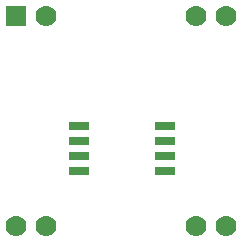
<source format=gbr>
%TF.GenerationSoftware,KiCad,Pcbnew,(6.0.7-1)-1*%
%TF.CreationDate,2022-10-05T00:05:41-06:00*%
%TF.ProjectId,FluxCapacitor,466c7578-4361-4706-9163-69746f722e6b,rev?*%
%TF.SameCoordinates,Original*%
%TF.FileFunction,Soldermask,Bot*%
%TF.FilePolarity,Negative*%
%FSLAX46Y46*%
G04 Gerber Fmt 4.6, Leading zero omitted, Abs format (unit mm)*
G04 Created by KiCad (PCBNEW (6.0.7-1)-1) date 2022-10-05 00:05:41*
%MOMM*%
%LPD*%
G01*
G04 APERTURE LIST*
%ADD10R,1.778000X1.778000*%
%ADD11C,1.778000*%
%ADD12R,1.700000X0.650000*%
G04 APERTURE END LIST*
D10*
%TO.C,U2*%
X97877500Y-82637500D03*
D11*
X100417500Y-82637500D03*
X113117500Y-82637500D03*
X115657500Y-82637500D03*
X97877500Y-100417500D03*
X100417500Y-100417500D03*
X113117500Y-100417500D03*
X115657500Y-100417500D03*
%TD*%
D12*
%TO.C,U1*%
X110480000Y-91990000D03*
X110480000Y-93260000D03*
X110480000Y-94530000D03*
X110480000Y-95800000D03*
X103180000Y-95800000D03*
X103180000Y-94530000D03*
X103180000Y-93260000D03*
X103180000Y-91990000D03*
%TD*%
M02*

</source>
